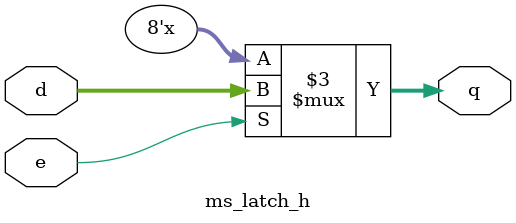
<source format=v>
/**************************************************************************
 *                                                                        *
 *               Copyright (C) 1994, Silicon Graphics, Inc.               *
 *                                                                        *
 *  These coded instructions, statements, and computer programs  contain  *
 *  unpublished  proprietary  information of Silicon Graphics, Inc., and  *
 *  are protected by Federal copyright  law.  They  may not be disclosed  *
 *  to  third  parties  or copied or duplicated in any form, in whole or  *
 *  in part, without the prior written consent of Silicon Graphics, Inc.  *
 *                                                                        *
 *************************************************************************/

// $Id: ms_latch_h.v,v 1.1 2002/05/21 23:55:43 berndt Exp $

module ms_latch_h (e, d, q);

// synopsys template
parameter size = 8;

input e;
input [size-1:0] d;
output [size-1:0] q;

reg [size-1:0] q;

always @(e or d)
   if (e)
      q = d;

endmodule

</source>
